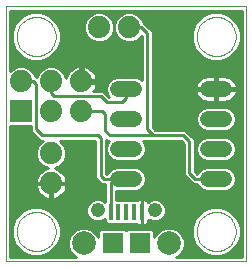
<source format=gtl>
G75*
%MOIN*%
%OFA0B0*%
%FSLAX24Y24*%
%IPPOS*%
%LPD*%
%AMOC8*
5,1,8,0,0,1.08239X$1,22.5*
%
%ADD10C,0.0010*%
%ADD11R,0.0740X0.0740*%
%ADD12C,0.0740*%
%ADD13C,0.0540*%
%ADD14R,0.0157X0.0551*%
%ADD15R,0.0709X0.0709*%
%ADD16C,0.0476*%
%ADD17C,0.0787*%
%ADD18C,0.0000*%
%ADD19C,0.0100*%
D10*
X000225Y000628D02*
X008225Y000628D01*
X008225Y009128D01*
X000225Y009128D01*
X000225Y000628D01*
D11*
X000725Y005628D03*
D12*
X000725Y006628D03*
X001725Y006628D03*
X001725Y005628D03*
X002725Y005628D03*
X002725Y006628D03*
X003325Y008428D03*
X004325Y008428D03*
X001725Y004228D03*
X001725Y003228D03*
D13*
X003955Y003378D02*
X004495Y003378D01*
X004495Y004378D02*
X003955Y004378D01*
X003955Y005378D02*
X004495Y005378D01*
X004495Y006378D02*
X003955Y006378D01*
X006955Y006378D02*
X007495Y006378D01*
X007495Y005378D02*
X006955Y005378D01*
X006955Y004378D02*
X007495Y004378D01*
X007495Y003378D02*
X006955Y003378D01*
D14*
X004737Y002271D03*
X004481Y002271D03*
X004225Y002271D03*
X003969Y002271D03*
X003713Y002271D03*
D15*
X003772Y001228D03*
X004678Y001228D03*
D16*
X005180Y002330D03*
X003270Y002330D03*
D17*
X002804Y001228D03*
X005646Y001228D03*
D18*
X006575Y001628D02*
X006577Y001678D01*
X006583Y001728D01*
X006593Y001778D01*
X006606Y001826D01*
X006623Y001874D01*
X006644Y001920D01*
X006668Y001964D01*
X006696Y002006D01*
X006727Y002046D01*
X006761Y002083D01*
X006798Y002118D01*
X006837Y002149D01*
X006878Y002178D01*
X006922Y002203D01*
X006968Y002225D01*
X007015Y002243D01*
X007063Y002257D01*
X007112Y002268D01*
X007162Y002275D01*
X007212Y002278D01*
X007263Y002277D01*
X007313Y002272D01*
X007363Y002263D01*
X007411Y002251D01*
X007459Y002234D01*
X007505Y002214D01*
X007550Y002191D01*
X007593Y002164D01*
X007633Y002134D01*
X007671Y002101D01*
X007706Y002065D01*
X007739Y002026D01*
X007768Y001985D01*
X007794Y001942D01*
X007817Y001897D01*
X007836Y001850D01*
X007851Y001802D01*
X007863Y001753D01*
X007871Y001703D01*
X007875Y001653D01*
X007875Y001603D01*
X007871Y001553D01*
X007863Y001503D01*
X007851Y001454D01*
X007836Y001406D01*
X007817Y001359D01*
X007794Y001314D01*
X007768Y001271D01*
X007739Y001230D01*
X007706Y001191D01*
X007671Y001155D01*
X007633Y001122D01*
X007593Y001092D01*
X007550Y001065D01*
X007505Y001042D01*
X007459Y001022D01*
X007411Y001005D01*
X007363Y000993D01*
X007313Y000984D01*
X007263Y000979D01*
X007212Y000978D01*
X007162Y000981D01*
X007112Y000988D01*
X007063Y000999D01*
X007015Y001013D01*
X006968Y001031D01*
X006922Y001053D01*
X006878Y001078D01*
X006837Y001107D01*
X006798Y001138D01*
X006761Y001173D01*
X006727Y001210D01*
X006696Y001250D01*
X006668Y001292D01*
X006644Y001336D01*
X006623Y001382D01*
X006606Y001430D01*
X006593Y001478D01*
X006583Y001528D01*
X006577Y001578D01*
X006575Y001628D01*
X000575Y001628D02*
X000577Y001678D01*
X000583Y001728D01*
X000593Y001778D01*
X000606Y001826D01*
X000623Y001874D01*
X000644Y001920D01*
X000668Y001964D01*
X000696Y002006D01*
X000727Y002046D01*
X000761Y002083D01*
X000798Y002118D01*
X000837Y002149D01*
X000878Y002178D01*
X000922Y002203D01*
X000968Y002225D01*
X001015Y002243D01*
X001063Y002257D01*
X001112Y002268D01*
X001162Y002275D01*
X001212Y002278D01*
X001263Y002277D01*
X001313Y002272D01*
X001363Y002263D01*
X001411Y002251D01*
X001459Y002234D01*
X001505Y002214D01*
X001550Y002191D01*
X001593Y002164D01*
X001633Y002134D01*
X001671Y002101D01*
X001706Y002065D01*
X001739Y002026D01*
X001768Y001985D01*
X001794Y001942D01*
X001817Y001897D01*
X001836Y001850D01*
X001851Y001802D01*
X001863Y001753D01*
X001871Y001703D01*
X001875Y001653D01*
X001875Y001603D01*
X001871Y001553D01*
X001863Y001503D01*
X001851Y001454D01*
X001836Y001406D01*
X001817Y001359D01*
X001794Y001314D01*
X001768Y001271D01*
X001739Y001230D01*
X001706Y001191D01*
X001671Y001155D01*
X001633Y001122D01*
X001593Y001092D01*
X001550Y001065D01*
X001505Y001042D01*
X001459Y001022D01*
X001411Y001005D01*
X001363Y000993D01*
X001313Y000984D01*
X001263Y000979D01*
X001212Y000978D01*
X001162Y000981D01*
X001112Y000988D01*
X001063Y000999D01*
X001015Y001013D01*
X000968Y001031D01*
X000922Y001053D01*
X000878Y001078D01*
X000837Y001107D01*
X000798Y001138D01*
X000761Y001173D01*
X000727Y001210D01*
X000696Y001250D01*
X000668Y001292D01*
X000644Y001336D01*
X000623Y001382D01*
X000606Y001430D01*
X000593Y001478D01*
X000583Y001528D01*
X000577Y001578D01*
X000575Y001628D01*
X000575Y008128D02*
X000577Y008178D01*
X000583Y008228D01*
X000593Y008278D01*
X000606Y008326D01*
X000623Y008374D01*
X000644Y008420D01*
X000668Y008464D01*
X000696Y008506D01*
X000727Y008546D01*
X000761Y008583D01*
X000798Y008618D01*
X000837Y008649D01*
X000878Y008678D01*
X000922Y008703D01*
X000968Y008725D01*
X001015Y008743D01*
X001063Y008757D01*
X001112Y008768D01*
X001162Y008775D01*
X001212Y008778D01*
X001263Y008777D01*
X001313Y008772D01*
X001363Y008763D01*
X001411Y008751D01*
X001459Y008734D01*
X001505Y008714D01*
X001550Y008691D01*
X001593Y008664D01*
X001633Y008634D01*
X001671Y008601D01*
X001706Y008565D01*
X001739Y008526D01*
X001768Y008485D01*
X001794Y008442D01*
X001817Y008397D01*
X001836Y008350D01*
X001851Y008302D01*
X001863Y008253D01*
X001871Y008203D01*
X001875Y008153D01*
X001875Y008103D01*
X001871Y008053D01*
X001863Y008003D01*
X001851Y007954D01*
X001836Y007906D01*
X001817Y007859D01*
X001794Y007814D01*
X001768Y007771D01*
X001739Y007730D01*
X001706Y007691D01*
X001671Y007655D01*
X001633Y007622D01*
X001593Y007592D01*
X001550Y007565D01*
X001505Y007542D01*
X001459Y007522D01*
X001411Y007505D01*
X001363Y007493D01*
X001313Y007484D01*
X001263Y007479D01*
X001212Y007478D01*
X001162Y007481D01*
X001112Y007488D01*
X001063Y007499D01*
X001015Y007513D01*
X000968Y007531D01*
X000922Y007553D01*
X000878Y007578D01*
X000837Y007607D01*
X000798Y007638D01*
X000761Y007673D01*
X000727Y007710D01*
X000696Y007750D01*
X000668Y007792D01*
X000644Y007836D01*
X000623Y007882D01*
X000606Y007930D01*
X000593Y007978D01*
X000583Y008028D01*
X000577Y008078D01*
X000575Y008128D01*
X006575Y008128D02*
X006577Y008178D01*
X006583Y008228D01*
X006593Y008278D01*
X006606Y008326D01*
X006623Y008374D01*
X006644Y008420D01*
X006668Y008464D01*
X006696Y008506D01*
X006727Y008546D01*
X006761Y008583D01*
X006798Y008618D01*
X006837Y008649D01*
X006878Y008678D01*
X006922Y008703D01*
X006968Y008725D01*
X007015Y008743D01*
X007063Y008757D01*
X007112Y008768D01*
X007162Y008775D01*
X007212Y008778D01*
X007263Y008777D01*
X007313Y008772D01*
X007363Y008763D01*
X007411Y008751D01*
X007459Y008734D01*
X007505Y008714D01*
X007550Y008691D01*
X007593Y008664D01*
X007633Y008634D01*
X007671Y008601D01*
X007706Y008565D01*
X007739Y008526D01*
X007768Y008485D01*
X007794Y008442D01*
X007817Y008397D01*
X007836Y008350D01*
X007851Y008302D01*
X007863Y008253D01*
X007871Y008203D01*
X007875Y008153D01*
X007875Y008103D01*
X007871Y008053D01*
X007863Y008003D01*
X007851Y007954D01*
X007836Y007906D01*
X007817Y007859D01*
X007794Y007814D01*
X007768Y007771D01*
X007739Y007730D01*
X007706Y007691D01*
X007671Y007655D01*
X007633Y007622D01*
X007593Y007592D01*
X007550Y007565D01*
X007505Y007542D01*
X007459Y007522D01*
X007411Y007505D01*
X007363Y007493D01*
X007313Y007484D01*
X007263Y007479D01*
X007212Y007478D01*
X007162Y007481D01*
X007112Y007488D01*
X007063Y007499D01*
X007015Y007513D01*
X006968Y007531D01*
X006922Y007553D01*
X006878Y007578D01*
X006837Y007607D01*
X006798Y007638D01*
X006761Y007673D01*
X006727Y007710D01*
X006696Y007750D01*
X006668Y007792D01*
X006644Y007836D01*
X006623Y007882D01*
X006606Y007930D01*
X006593Y007978D01*
X006583Y008028D01*
X006577Y008078D01*
X006575Y008128D01*
D19*
X006405Y008114D02*
X005105Y008114D01*
X005105Y008212D02*
X006405Y008212D01*
X006405Y008291D02*
X006405Y007964D01*
X006530Y007663D01*
X006761Y007432D01*
X007062Y007308D01*
X007262Y007308D01*
X007388Y007308D01*
X007689Y007432D01*
X007920Y007663D01*
X008045Y007964D01*
X008045Y008291D01*
X007920Y008592D01*
X007689Y008823D01*
X007388Y008948D01*
X007062Y008948D01*
X006761Y008823D01*
X006761Y008823D01*
X006530Y008592D01*
X006405Y008291D01*
X006413Y008311D02*
X005097Y008311D01*
X005105Y008302D02*
X005000Y008408D01*
X004800Y008608D01*
X004792Y008608D01*
X004749Y008711D01*
X004608Y008851D01*
X004424Y008928D01*
X004226Y008928D01*
X004042Y008851D01*
X003901Y008711D01*
X003825Y008527D01*
X003749Y008711D01*
X003608Y008851D01*
X003424Y008928D01*
X003226Y008928D01*
X003042Y008851D01*
X002901Y008711D01*
X002825Y008527D01*
X002825Y008328D01*
X002901Y008144D01*
X003042Y008004D01*
X003226Y007928D01*
X003424Y007928D01*
X003608Y008004D01*
X003749Y008144D01*
X003825Y008328D01*
X003825Y008527D01*
X003825Y008328D01*
X003901Y008144D01*
X004042Y008004D01*
X004226Y007928D01*
X004424Y007928D01*
X004608Y008004D01*
X004745Y008140D01*
X004745Y006693D01*
X004722Y006717D01*
X004575Y006778D01*
X003875Y006778D01*
X003728Y006717D01*
X003616Y006604D01*
X003555Y006457D01*
X003555Y006298D01*
X003616Y006151D01*
X003659Y006108D01*
X003650Y006108D01*
X003450Y006308D01*
X003135Y006308D01*
X003170Y006355D01*
X003207Y006428D01*
X003232Y006506D01*
X003244Y006578D01*
X002775Y006578D01*
X002775Y006678D01*
X002675Y006678D01*
X002675Y007146D01*
X002603Y007135D01*
X002525Y007109D01*
X002452Y007072D01*
X002386Y007024D01*
X002328Y006966D01*
X002280Y006900D01*
X002243Y006827D01*
X002218Y006749D01*
X002217Y006746D01*
X002149Y006911D01*
X002008Y007051D01*
X001824Y007128D01*
X001626Y007128D01*
X001442Y007051D01*
X001301Y006911D01*
X001241Y006766D01*
X001200Y006808D01*
X001192Y006808D01*
X001149Y006911D01*
X001008Y007051D01*
X000824Y007128D01*
X000626Y007128D01*
X000442Y007051D01*
X000360Y006970D01*
X000360Y008993D01*
X008090Y008993D01*
X008090Y000763D01*
X005892Y000763D01*
X005943Y000784D01*
X006090Y000931D01*
X006170Y001123D01*
X006170Y001332D01*
X006090Y001524D01*
X005943Y001672D01*
X005750Y001751D01*
X005542Y001751D01*
X005350Y001672D01*
X005202Y001524D01*
X005162Y001427D01*
X005162Y001636D01*
X005086Y001712D01*
X004270Y001712D01*
X004225Y001667D01*
X004180Y001712D01*
X003364Y001712D01*
X003288Y001636D01*
X003288Y001427D01*
X003248Y001524D01*
X003100Y001672D01*
X002908Y001751D01*
X002700Y001751D01*
X002507Y001672D01*
X002360Y001524D01*
X002280Y001332D01*
X002280Y001123D01*
X002360Y000931D01*
X002507Y000784D01*
X002558Y000763D01*
X000360Y000763D01*
X000360Y005128D01*
X001045Y005128D01*
X001045Y004953D01*
X001245Y004753D01*
X001350Y004648D01*
X001438Y004648D01*
X001301Y004511D01*
X001225Y004327D01*
X001225Y004128D01*
X001301Y003944D01*
X001442Y003804D01*
X001607Y003735D01*
X001603Y003735D01*
X001525Y003709D01*
X001452Y003672D01*
X001386Y003624D01*
X001328Y003566D01*
X001280Y003500D01*
X001243Y003427D01*
X001218Y003349D01*
X001205Y003268D01*
X001205Y003258D01*
X001695Y003258D01*
X001695Y003198D01*
X001205Y003198D01*
X001205Y003187D01*
X001218Y003106D01*
X001243Y003028D01*
X001280Y002955D01*
X001328Y002889D01*
X001386Y002831D01*
X001452Y002783D01*
X001525Y002746D01*
X001603Y002720D01*
X001684Y002708D01*
X001695Y002708D01*
X001695Y003198D01*
X001755Y003198D01*
X001755Y003258D01*
X002245Y003258D01*
X002245Y003268D01*
X002232Y003349D01*
X002207Y003427D01*
X002170Y003500D01*
X002122Y003566D01*
X002064Y003624D01*
X001998Y003672D01*
X001925Y003709D01*
X001847Y003735D01*
X001843Y003735D01*
X002008Y003804D01*
X002149Y003944D01*
X002225Y004128D01*
X002225Y004327D01*
X002149Y004511D01*
X002012Y004648D01*
X003195Y004648D01*
X003195Y003403D01*
X003295Y003303D01*
X003400Y003198D01*
X003533Y003198D01*
X003533Y002629D01*
X003512Y002608D01*
X003479Y002642D01*
X003343Y002698D01*
X003197Y002698D01*
X003062Y002642D01*
X002958Y002538D01*
X002902Y002403D01*
X002902Y002257D01*
X002958Y002121D01*
X003062Y002018D01*
X003197Y001962D01*
X003343Y001962D01*
X003479Y002018D01*
X003504Y002043D01*
X003504Y001941D01*
X003581Y001865D01*
X004583Y001865D01*
X004600Y001855D01*
X004638Y001845D01*
X004737Y001845D01*
X004835Y001845D01*
X004873Y001855D01*
X004908Y001875D01*
X004936Y001903D01*
X004955Y001937D01*
X004966Y001976D01*
X004966Y002023D01*
X004971Y002018D01*
X005107Y001962D01*
X005253Y001962D01*
X005388Y002018D01*
X005492Y002121D01*
X005548Y002257D01*
X005548Y002403D01*
X005492Y002538D01*
X005388Y002642D01*
X005253Y002698D01*
X005107Y002698D01*
X004971Y002642D01*
X004947Y002618D01*
X004936Y002639D01*
X004908Y002666D01*
X004873Y002686D01*
X004835Y002696D01*
X004737Y002696D01*
X004737Y002696D01*
X004737Y002271D01*
X004737Y002271D01*
X004737Y002696D01*
X004638Y002696D01*
X004600Y002686D01*
X004583Y002676D01*
X003893Y002676D01*
X003893Y002978D01*
X004575Y002978D01*
X004722Y003038D01*
X004834Y003151D01*
X004895Y003298D01*
X004895Y003457D01*
X004834Y003604D01*
X004722Y003717D01*
X004575Y003778D01*
X003875Y003778D01*
X003728Y003717D01*
X003616Y003604D01*
X003597Y003558D01*
X003555Y003558D01*
X003555Y004693D01*
X003600Y004648D01*
X003659Y004648D01*
X003616Y004604D01*
X003555Y004457D01*
X003555Y004298D01*
X003616Y004151D01*
X003728Y004038D01*
X003875Y003978D01*
X004575Y003978D01*
X004722Y004038D01*
X004834Y004151D01*
X004895Y004298D01*
X004895Y004457D01*
X004834Y004604D01*
X004791Y004648D01*
X006050Y004648D01*
X006145Y004553D01*
X006145Y003503D01*
X006345Y003303D01*
X006450Y003198D01*
X006597Y003198D01*
X006616Y003151D01*
X006728Y003038D01*
X006875Y002978D01*
X007575Y002978D01*
X007722Y003038D01*
X007834Y003151D01*
X007895Y003298D01*
X007895Y003457D01*
X007834Y003604D01*
X007722Y003717D01*
X007575Y003778D01*
X006875Y003778D01*
X006728Y003717D01*
X006616Y003604D01*
X006597Y003560D01*
X006505Y003652D01*
X006505Y004702D01*
X006400Y004808D01*
X006200Y005008D01*
X005200Y005008D01*
X005105Y005102D01*
X005105Y008302D01*
X004998Y008409D02*
X006454Y008409D01*
X006495Y008508D02*
X004900Y008508D01*
X004801Y008606D02*
X006544Y008606D01*
X006530Y008592D02*
X006530Y008592D01*
X006642Y008705D02*
X004751Y008705D01*
X004657Y008803D02*
X006741Y008803D01*
X006951Y008902D02*
X004487Y008902D01*
X004163Y008902D02*
X003487Y008902D01*
X003657Y008803D02*
X003993Y008803D01*
X003899Y008705D02*
X003751Y008705D01*
X003792Y008606D02*
X003858Y008606D01*
X003825Y008508D02*
X003825Y008508D01*
X003825Y008409D02*
X003825Y008409D01*
X003818Y008311D02*
X003832Y008311D01*
X003873Y008212D02*
X003777Y008212D01*
X003718Y008114D02*
X003932Y008114D01*
X004030Y008015D02*
X003620Y008015D01*
X003030Y008015D02*
X002045Y008015D01*
X002045Y007964D02*
X002045Y008291D01*
X001920Y008592D01*
X001689Y008823D01*
X001388Y008948D01*
X001062Y008948D01*
X000761Y008823D01*
X000761Y008823D01*
X000530Y008592D01*
X000405Y008291D01*
X000405Y007964D01*
X000530Y007663D01*
X000761Y007432D01*
X001062Y007308D01*
X001188Y007308D01*
X001388Y007308D01*
X001689Y007432D01*
X001920Y007663D01*
X002045Y007964D01*
X002025Y007917D02*
X004745Y007917D01*
X004745Y008015D02*
X004620Y008015D01*
X004718Y008114D02*
X004745Y008114D01*
X004925Y008228D02*
X004925Y005028D01*
X005125Y004828D01*
X006125Y004828D01*
X006325Y004628D01*
X006325Y003578D01*
X006525Y003378D01*
X007225Y003378D01*
X007608Y002992D02*
X008090Y002992D01*
X008090Y002893D02*
X003893Y002893D01*
X003893Y002795D02*
X008090Y002795D01*
X008090Y002696D02*
X005258Y002696D01*
X005102Y002696D02*
X004837Y002696D01*
X004737Y002598D02*
X004737Y002598D01*
X004737Y002499D02*
X004737Y002499D01*
X004737Y002401D02*
X004737Y002401D01*
X004737Y002302D02*
X004737Y002302D01*
X004737Y002271D02*
X004737Y001845D01*
X004737Y002271D01*
X004737Y002271D01*
X004737Y002204D02*
X004737Y002204D01*
X004737Y002105D02*
X004737Y002105D01*
X004737Y002007D02*
X004737Y002007D01*
X004737Y001908D02*
X004737Y001908D01*
X004938Y001908D02*
X006454Y001908D01*
X006494Y002007D02*
X005361Y002007D01*
X005475Y002105D02*
X006543Y002105D01*
X006530Y002092D02*
X006530Y002092D01*
X006405Y001791D01*
X006405Y001464D01*
X006530Y001163D01*
X006761Y000932D01*
X007062Y000808D01*
X007188Y000808D01*
X007388Y000808D01*
X007689Y000932D01*
X007689Y000932D01*
X007920Y001163D01*
X007920Y001163D01*
X008045Y001464D01*
X008045Y001791D01*
X007920Y002092D01*
X007689Y002323D01*
X007388Y002448D01*
X007062Y002448D01*
X006761Y002323D01*
X006761Y002323D01*
X006530Y002092D01*
X006641Y002204D02*
X005526Y002204D01*
X005548Y002302D02*
X006740Y002302D01*
X006948Y002401D02*
X005548Y002401D01*
X005508Y002499D02*
X008090Y002499D01*
X008090Y002401D02*
X007502Y002401D01*
X007689Y002323D02*
X007689Y002323D01*
X007689Y002323D01*
X007710Y002302D02*
X008090Y002302D01*
X008090Y002204D02*
X007809Y002204D01*
X007907Y002105D02*
X008090Y002105D01*
X008090Y002007D02*
X007956Y002007D01*
X007920Y002092D02*
X007920Y002092D01*
X007996Y001908D02*
X008090Y001908D01*
X008090Y001810D02*
X008037Y001810D01*
X008045Y001711D02*
X008090Y001711D01*
X008090Y001613D02*
X008045Y001613D01*
X008045Y001514D02*
X008090Y001514D01*
X008090Y001416D02*
X008025Y001416D01*
X007984Y001317D02*
X008090Y001317D01*
X008090Y001219D02*
X007943Y001219D01*
X007877Y001120D02*
X008090Y001120D01*
X008090Y001022D02*
X007779Y001022D01*
X007667Y000923D02*
X008090Y000923D01*
X008090Y000825D02*
X007429Y000825D01*
X007021Y000825D02*
X005984Y000825D01*
X006082Y000923D02*
X006783Y000923D01*
X006761Y000932D02*
X006761Y000932D01*
X006671Y001022D02*
X006128Y001022D01*
X006169Y001120D02*
X006573Y001120D01*
X006530Y001163D02*
X006530Y001163D01*
X006507Y001219D02*
X006170Y001219D01*
X006170Y001317D02*
X006466Y001317D01*
X006425Y001416D02*
X006135Y001416D01*
X006094Y001514D02*
X006405Y001514D01*
X006405Y001613D02*
X006002Y001613D01*
X005847Y001711D02*
X006405Y001711D01*
X006413Y001810D02*
X002037Y001810D01*
X002045Y001791D02*
X001920Y002092D01*
X001689Y002323D01*
X001388Y002448D01*
X001062Y002448D01*
X000761Y002323D01*
X000761Y002323D01*
X000530Y002092D01*
X000405Y001791D01*
X000405Y001464D01*
X000530Y001163D01*
X000761Y000932D01*
X001062Y000808D01*
X001262Y000808D01*
X001388Y000808D01*
X001689Y000932D01*
X001920Y001163D01*
X002045Y001464D01*
X002045Y001791D01*
X002045Y001711D02*
X002603Y001711D01*
X002448Y001613D02*
X002045Y001613D01*
X002045Y001514D02*
X002356Y001514D01*
X002315Y001416D02*
X002025Y001416D01*
X001984Y001317D02*
X002280Y001317D01*
X002280Y001219D02*
X001943Y001219D01*
X001920Y001163D02*
X001920Y001163D01*
X001877Y001120D02*
X002281Y001120D01*
X002322Y001022D02*
X001779Y001022D01*
X001689Y000932D02*
X001689Y000932D01*
X001667Y000923D02*
X002368Y000923D01*
X002466Y000825D02*
X001429Y000825D01*
X001388Y000808D02*
X001388Y000808D01*
X001021Y000825D02*
X000360Y000825D01*
X000360Y000923D02*
X000783Y000923D01*
X000761Y000932D02*
X000761Y000932D01*
X000671Y001022D02*
X000360Y001022D01*
X000360Y001120D02*
X000573Y001120D01*
X000530Y001163D02*
X000530Y001163D01*
X000507Y001219D02*
X000360Y001219D01*
X000360Y001317D02*
X000466Y001317D01*
X000425Y001416D02*
X000360Y001416D01*
X000360Y001514D02*
X000405Y001514D01*
X000405Y001613D02*
X000360Y001613D01*
X000360Y001711D02*
X000405Y001711D01*
X000413Y001810D02*
X000360Y001810D01*
X000360Y001908D02*
X000454Y001908D01*
X000494Y002007D02*
X000360Y002007D01*
X000360Y002105D02*
X000543Y002105D01*
X000530Y002092D02*
X000530Y002092D01*
X000641Y002204D02*
X000360Y002204D01*
X000360Y002302D02*
X000740Y002302D01*
X000948Y002401D02*
X000360Y002401D01*
X000360Y002499D02*
X002942Y002499D01*
X002902Y002401D02*
X001502Y002401D01*
X001689Y002323D02*
X001689Y002323D01*
X001710Y002302D02*
X002902Y002302D01*
X002924Y002204D02*
X001809Y002204D01*
X001907Y002105D02*
X002975Y002105D01*
X003089Y002007D02*
X001956Y002007D01*
X001920Y002092D02*
X001920Y002092D01*
X001996Y001908D02*
X003538Y001908D01*
X003504Y002007D02*
X003452Y002007D01*
X003363Y001711D02*
X003005Y001711D01*
X003159Y001613D02*
X003288Y001613D01*
X003288Y001514D02*
X003252Y001514D01*
X003713Y002271D02*
X003713Y003266D01*
X003825Y003378D01*
X003475Y003378D01*
X003375Y003478D01*
X003375Y004728D01*
X003275Y004828D01*
X001425Y004828D01*
X001225Y005028D01*
X001225Y006528D01*
X001125Y006628D01*
X000725Y006628D01*
X001181Y006833D02*
X001269Y006833D01*
X001322Y006932D02*
X001128Y006932D01*
X001030Y007030D02*
X001420Y007030D01*
X001432Y007326D02*
X004745Y007326D01*
X004745Y007424D02*
X001669Y007424D01*
X001689Y007432D02*
X001689Y007432D01*
X001780Y007523D02*
X004745Y007523D01*
X004745Y007621D02*
X001878Y007621D01*
X001920Y007663D02*
X001920Y007663D01*
X001944Y007720D02*
X004745Y007720D01*
X004745Y007818D02*
X001984Y007818D01*
X002045Y008114D02*
X002932Y008114D01*
X002873Y008212D02*
X002045Y008212D01*
X002037Y008311D02*
X002832Y008311D01*
X002825Y008409D02*
X001996Y008409D01*
X001955Y008508D02*
X002825Y008508D01*
X002858Y008606D02*
X001906Y008606D01*
X001920Y008592D02*
X001920Y008592D01*
X001808Y008705D02*
X002899Y008705D01*
X002993Y008803D02*
X001709Y008803D01*
X001689Y008823D02*
X001689Y008823D01*
X001499Y008902D02*
X003163Y008902D01*
X004325Y008428D02*
X004725Y008428D01*
X004925Y008228D01*
X005105Y008015D02*
X006405Y008015D01*
X006425Y007917D02*
X005105Y007917D01*
X005105Y007818D02*
X006466Y007818D01*
X006506Y007720D02*
X005105Y007720D01*
X005105Y007621D02*
X006572Y007621D01*
X006530Y007663D02*
X006530Y007663D01*
X006670Y007523D02*
X005105Y007523D01*
X005105Y007424D02*
X006781Y007424D01*
X006761Y007432D02*
X006761Y007432D01*
X007018Y007326D02*
X005105Y007326D01*
X005105Y007227D02*
X008090Y007227D01*
X008090Y007129D02*
X005105Y007129D01*
X005105Y007030D02*
X008090Y007030D01*
X008090Y006932D02*
X005105Y006932D01*
X005105Y006833D02*
X008090Y006833D01*
X008090Y006735D02*
X007718Y006735D01*
X007715Y006737D02*
X007656Y006767D01*
X007593Y006787D01*
X007528Y006798D01*
X007250Y006798D01*
X007250Y006403D01*
X007200Y006403D01*
X007200Y006798D01*
X006922Y006798D01*
X006857Y006787D01*
X006794Y006767D01*
X006735Y006737D01*
X006681Y006698D01*
X006635Y006651D01*
X006596Y006598D01*
X006566Y006539D01*
X006545Y006476D01*
X006535Y006411D01*
X006535Y006403D01*
X007200Y006403D01*
X007200Y006353D01*
X006535Y006353D01*
X006535Y006344D01*
X006545Y006279D01*
X006566Y006216D01*
X006596Y006157D01*
X006635Y006104D01*
X006681Y006057D01*
X006735Y006018D01*
X006794Y005988D01*
X006857Y005968D01*
X006922Y005958D01*
X007200Y005958D01*
X007200Y006353D01*
X007250Y006353D01*
X007250Y006403D01*
X007915Y006403D01*
X007915Y006411D01*
X007905Y006476D01*
X007884Y006539D01*
X007854Y006598D01*
X007815Y006651D01*
X007769Y006698D01*
X007715Y006737D01*
X007826Y006636D02*
X008090Y006636D01*
X008090Y006538D02*
X007885Y006538D01*
X007910Y006439D02*
X008090Y006439D01*
X008090Y006341D02*
X007914Y006341D01*
X007915Y006344D02*
X007915Y006353D01*
X007250Y006353D01*
X007250Y005958D01*
X007528Y005958D01*
X007593Y005968D01*
X007656Y005988D01*
X007715Y006018D01*
X007769Y006057D01*
X007815Y006104D01*
X007854Y006157D01*
X007884Y006216D01*
X007905Y006279D01*
X007915Y006344D01*
X007893Y006242D02*
X008090Y006242D01*
X008090Y006144D02*
X007844Y006144D01*
X007752Y006045D02*
X008090Y006045D01*
X008090Y005947D02*
X005105Y005947D01*
X005105Y006045D02*
X006698Y006045D01*
X006606Y006144D02*
X005105Y006144D01*
X005105Y006242D02*
X006557Y006242D01*
X006536Y006341D02*
X005105Y006341D01*
X005105Y006439D02*
X006540Y006439D01*
X006565Y006538D02*
X005105Y006538D01*
X005105Y006636D02*
X006624Y006636D01*
X006732Y006735D02*
X005105Y006735D01*
X004745Y006735D02*
X004678Y006735D01*
X004745Y006833D02*
X003204Y006833D01*
X003207Y006827D02*
X003170Y006900D01*
X003122Y006966D01*
X003064Y007024D01*
X002998Y007072D01*
X002925Y007109D01*
X002847Y007135D01*
X002775Y007146D01*
X002775Y006678D01*
X003244Y006678D01*
X003232Y006749D01*
X003207Y006827D01*
X003235Y006735D02*
X003772Y006735D01*
X003648Y006636D02*
X002775Y006636D01*
X002775Y006735D02*
X002675Y006735D01*
X002675Y006833D02*
X002775Y006833D01*
X002775Y006932D02*
X002675Y006932D01*
X002675Y007030D02*
X002775Y007030D01*
X002775Y007129D02*
X002675Y007129D01*
X002584Y007129D02*
X000360Y007129D01*
X000360Y007227D02*
X004745Y007227D01*
X004745Y007129D02*
X002866Y007129D01*
X003056Y007030D02*
X004745Y007030D01*
X004745Y006932D02*
X003147Y006932D01*
X003237Y006538D02*
X003588Y006538D01*
X003555Y006439D02*
X003211Y006439D01*
X003159Y006341D02*
X003555Y006341D01*
X003578Y006242D02*
X003515Y006242D01*
X003614Y006144D02*
X003623Y006144D01*
X003575Y005928D02*
X004075Y005928D01*
X004225Y006078D01*
X004225Y006378D01*
X003575Y005928D02*
X003375Y006128D01*
X001825Y006128D01*
X001725Y006228D01*
X001725Y006628D01*
X002181Y006833D02*
X002246Y006833D01*
X002303Y006932D02*
X002128Y006932D01*
X002030Y007030D02*
X002394Y007030D01*
X002725Y005628D02*
X003425Y005628D01*
X003525Y005528D01*
X003525Y004978D01*
X003675Y004828D01*
X005125Y004828D01*
X005147Y005060D02*
X006707Y005060D01*
X006728Y005038D02*
X006616Y005151D01*
X006555Y005298D01*
X006555Y005457D01*
X006616Y005604D01*
X006728Y005717D01*
X006875Y005778D01*
X007575Y005778D01*
X007722Y005717D01*
X007834Y005604D01*
X007895Y005457D01*
X007895Y005298D01*
X007834Y005151D01*
X007722Y005038D01*
X007575Y004978D01*
X006875Y004978D01*
X006728Y005038D01*
X006613Y005159D02*
X005105Y005159D01*
X005105Y005257D02*
X006572Y005257D01*
X006555Y005356D02*
X005105Y005356D01*
X005105Y005454D02*
X006555Y005454D01*
X006595Y005553D02*
X005105Y005553D01*
X005105Y005651D02*
X006663Y005651D01*
X006808Y005750D02*
X005105Y005750D01*
X005105Y005848D02*
X008090Y005848D01*
X008090Y005750D02*
X007642Y005750D01*
X007787Y005651D02*
X008090Y005651D01*
X008090Y005553D02*
X007855Y005553D01*
X007895Y005454D02*
X008090Y005454D01*
X008090Y005356D02*
X007895Y005356D01*
X007878Y005257D02*
X008090Y005257D01*
X008090Y005159D02*
X007837Y005159D01*
X007743Y005060D02*
X008090Y005060D01*
X008090Y004962D02*
X006246Y004962D01*
X006344Y004863D02*
X008090Y004863D01*
X008090Y004765D02*
X007606Y004765D01*
X007575Y004778D02*
X006875Y004778D01*
X006728Y004717D01*
X006616Y004604D01*
X006555Y004457D01*
X006555Y004298D01*
X006616Y004151D01*
X006728Y004038D01*
X006875Y003978D01*
X007575Y003978D01*
X007722Y004038D01*
X007834Y004151D01*
X007895Y004298D01*
X007895Y004457D01*
X007834Y004604D01*
X007722Y004717D01*
X007575Y004778D01*
X007772Y004666D02*
X008090Y004666D01*
X008090Y004568D02*
X007849Y004568D01*
X007890Y004469D02*
X008090Y004469D01*
X008090Y004371D02*
X007895Y004371D01*
X007884Y004272D02*
X008090Y004272D01*
X008090Y004174D02*
X007843Y004174D01*
X007758Y004075D02*
X008090Y004075D01*
X008090Y003977D02*
X006505Y003977D01*
X006505Y004075D02*
X006692Y004075D01*
X006607Y004174D02*
X006505Y004174D01*
X006505Y004272D02*
X006566Y004272D01*
X006555Y004371D02*
X006505Y004371D01*
X006505Y004469D02*
X006560Y004469D01*
X006601Y004568D02*
X006505Y004568D01*
X006505Y004666D02*
X006678Y004666D01*
X006844Y004765D02*
X006443Y004765D01*
X006130Y004568D02*
X004849Y004568D01*
X004890Y004469D02*
X006145Y004469D01*
X006145Y004371D02*
X004895Y004371D01*
X004884Y004272D02*
X006145Y004272D01*
X006145Y004174D02*
X004843Y004174D01*
X004758Y004075D02*
X006145Y004075D01*
X006145Y003977D02*
X003555Y003977D01*
X003555Y004075D02*
X003692Y004075D01*
X003607Y004174D02*
X003555Y004174D01*
X003555Y004272D02*
X003566Y004272D01*
X003555Y004371D02*
X003555Y004371D01*
X003555Y004469D02*
X003560Y004469D01*
X003555Y004568D02*
X003601Y004568D01*
X003582Y004666D02*
X003555Y004666D01*
X003195Y004568D02*
X002092Y004568D01*
X002166Y004469D02*
X003195Y004469D01*
X003195Y004371D02*
X002207Y004371D01*
X002225Y004272D02*
X003195Y004272D01*
X003195Y004174D02*
X002225Y004174D01*
X002203Y004075D02*
X003195Y004075D01*
X003195Y003977D02*
X002162Y003977D01*
X002083Y003878D02*
X003195Y003878D01*
X003195Y003780D02*
X001950Y003780D01*
X001980Y003681D02*
X003195Y003681D01*
X003195Y003583D02*
X002105Y003583D01*
X002178Y003484D02*
X003195Y003484D01*
X003212Y003386D02*
X002220Y003386D01*
X002242Y003287D02*
X003311Y003287D01*
X003533Y003189D02*
X002245Y003189D01*
X002245Y003187D02*
X002245Y003198D01*
X001755Y003198D01*
X001755Y002708D01*
X001766Y002708D01*
X001847Y002720D01*
X001925Y002746D01*
X001998Y002783D01*
X002064Y002831D01*
X002122Y002889D01*
X002170Y002955D01*
X002207Y003028D01*
X002232Y003106D01*
X002245Y003187D01*
X002227Y003090D02*
X003533Y003090D01*
X003533Y002992D02*
X002188Y002992D01*
X002125Y002893D02*
X003533Y002893D01*
X003533Y002795D02*
X002014Y002795D01*
X001755Y002795D02*
X001695Y002795D01*
X001695Y002893D02*
X001755Y002893D01*
X001755Y002992D02*
X001695Y002992D01*
X001695Y003090D02*
X001755Y003090D01*
X001755Y003189D02*
X001695Y003189D01*
X001436Y002795D02*
X000360Y002795D01*
X000360Y002893D02*
X001325Y002893D01*
X001262Y002992D02*
X000360Y002992D01*
X000360Y003090D02*
X001223Y003090D01*
X001205Y003189D02*
X000360Y003189D01*
X000360Y003287D02*
X001208Y003287D01*
X001230Y003386D02*
X000360Y003386D01*
X000360Y003484D02*
X001272Y003484D01*
X001345Y003583D02*
X000360Y003583D01*
X000360Y003681D02*
X001470Y003681D01*
X001500Y003780D02*
X000360Y003780D01*
X000360Y003878D02*
X001367Y003878D01*
X001288Y003977D02*
X000360Y003977D01*
X000360Y004075D02*
X001247Y004075D01*
X001225Y004174D02*
X000360Y004174D01*
X000360Y004272D02*
X001225Y004272D01*
X001243Y004371D02*
X000360Y004371D01*
X000360Y004469D02*
X001284Y004469D01*
X001358Y004568D02*
X000360Y004568D01*
X000360Y004666D02*
X001332Y004666D01*
X001233Y004765D02*
X000360Y004765D01*
X000360Y004863D02*
X001135Y004863D01*
X001045Y004962D02*
X000360Y004962D01*
X000360Y005060D02*
X001045Y005060D01*
X000420Y007030D02*
X000360Y007030D01*
X000360Y007326D02*
X001018Y007326D01*
X000781Y007424D02*
X000360Y007424D01*
X000360Y007523D02*
X000670Y007523D01*
X000572Y007621D02*
X000360Y007621D01*
X000360Y007720D02*
X000506Y007720D01*
X000466Y007818D02*
X000360Y007818D01*
X000360Y007917D02*
X000425Y007917D01*
X000405Y008015D02*
X000360Y008015D01*
X000360Y008114D02*
X000405Y008114D01*
X000405Y008212D02*
X000360Y008212D01*
X000360Y008311D02*
X000413Y008311D01*
X000454Y008409D02*
X000360Y008409D01*
X000360Y008508D02*
X000495Y008508D01*
X000530Y008592D02*
X000530Y008592D01*
X000544Y008606D02*
X000360Y008606D01*
X000360Y008705D02*
X000642Y008705D01*
X000741Y008803D02*
X000360Y008803D01*
X000360Y008902D02*
X000951Y008902D01*
X000761Y007432D02*
X000761Y007432D01*
X000761Y007432D01*
X003555Y003878D02*
X006145Y003878D01*
X006145Y003780D02*
X003555Y003780D01*
X003555Y003681D02*
X003693Y003681D01*
X003607Y003583D02*
X003555Y003583D01*
X003825Y003378D02*
X004225Y003378D01*
X004608Y002992D02*
X006842Y002992D01*
X006677Y003090D02*
X004773Y003090D01*
X004850Y003189D02*
X006600Y003189D01*
X006361Y003287D02*
X004890Y003287D01*
X004895Y003386D02*
X006262Y003386D01*
X006164Y003484D02*
X004884Y003484D01*
X004843Y003583D02*
X006145Y003583D01*
X006145Y003681D02*
X004757Y003681D01*
X004637Y002696D02*
X003893Y002696D01*
X003533Y002696D02*
X003348Y002696D01*
X003192Y002696D02*
X000360Y002696D01*
X000360Y002598D02*
X003017Y002598D01*
X004181Y001711D02*
X004269Y001711D01*
X004966Y002007D02*
X004998Y002007D01*
X005087Y001711D02*
X005445Y001711D01*
X005291Y001613D02*
X005162Y001613D01*
X005162Y001514D02*
X005198Y001514D01*
X005433Y002598D02*
X008090Y002598D01*
X008090Y003090D02*
X007773Y003090D01*
X007850Y003189D02*
X008090Y003189D01*
X008090Y003287D02*
X007890Y003287D01*
X007895Y003386D02*
X008090Y003386D01*
X008090Y003484D02*
X007884Y003484D01*
X007843Y003583D02*
X008090Y003583D01*
X008090Y003681D02*
X007757Y003681D01*
X008090Y003780D02*
X006505Y003780D01*
X006505Y003878D02*
X008090Y003878D01*
X006693Y003681D02*
X006505Y003681D01*
X006575Y003583D02*
X006607Y003583D01*
X007200Y006045D02*
X007250Y006045D01*
X007250Y006144D02*
X007200Y006144D01*
X007200Y006242D02*
X007250Y006242D01*
X007250Y006341D02*
X007200Y006341D01*
X007200Y006439D02*
X007250Y006439D01*
X007250Y006538D02*
X007200Y006538D01*
X007200Y006636D02*
X007250Y006636D01*
X007250Y006735D02*
X007200Y006735D01*
X007388Y007308D02*
X007388Y007308D01*
X007432Y007326D02*
X008090Y007326D01*
X008090Y007424D02*
X007669Y007424D01*
X007689Y007432D02*
X007689Y007432D01*
X007780Y007523D02*
X008090Y007523D01*
X008090Y007621D02*
X007878Y007621D01*
X007920Y007663D02*
X007920Y007663D01*
X007944Y007720D02*
X008090Y007720D01*
X008090Y007818D02*
X007984Y007818D01*
X008025Y007917D02*
X008090Y007917D01*
X008090Y008015D02*
X008045Y008015D01*
X008045Y008114D02*
X008090Y008114D01*
X008090Y008212D02*
X008045Y008212D01*
X008037Y008311D02*
X008090Y008311D01*
X008090Y008409D02*
X007996Y008409D01*
X007955Y008508D02*
X008090Y008508D01*
X008090Y008606D02*
X007906Y008606D01*
X007920Y008592D02*
X007920Y008592D01*
X007808Y008705D02*
X008090Y008705D01*
X008090Y008803D02*
X007709Y008803D01*
X007689Y008823D02*
X007689Y008823D01*
X007499Y008902D02*
X008090Y008902D01*
M02*

</source>
